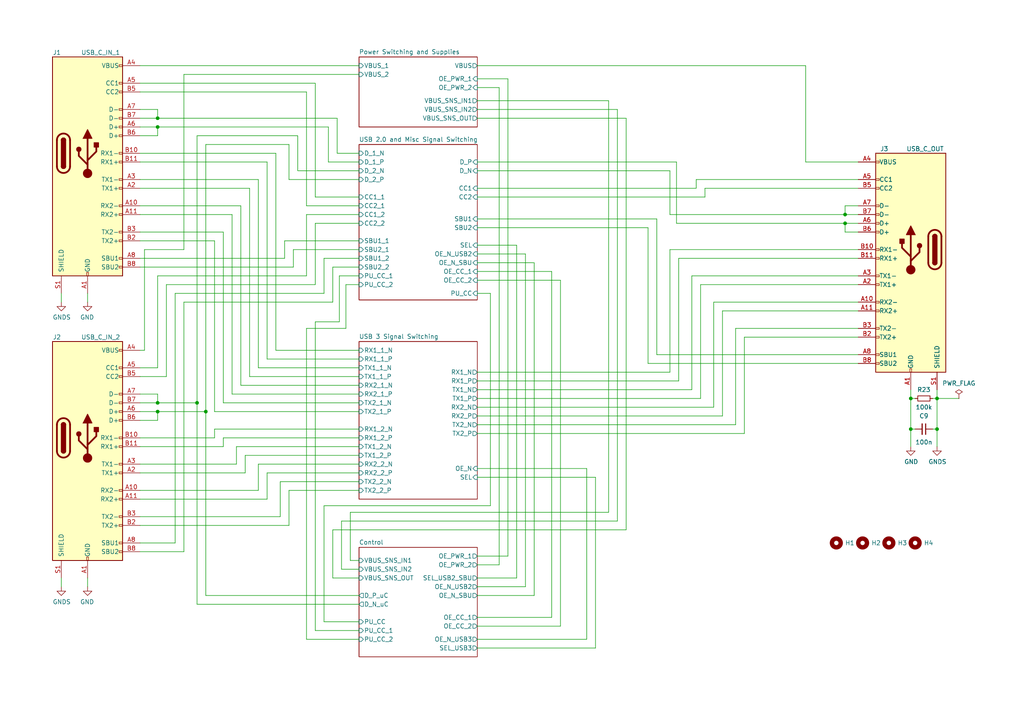
<source format=kicad_sch>
(kicad_sch (version 20211123) (generator eeschema)
  (paper "A4")
  (lib_symbols
    (symbol "Connector:USB_C_Receptacle" (pin_names (offset 1.016))
      (property "Reference" "J" (at -10.16 29.21 0))
      (property "Value" "USB_C_Receptacle" (at 10.16 29.21 0))
      (symbol "USB_C_Receptacle_0_0"
        (rectangle (start -0.254 -35.56) (end 0.254 -34.544))
        (rectangle (start 10.16 -32.766) (end 9.144 -33.274))
        (rectangle (start 10.16 -30.226) (end 9.144 -30.734))
        (rectangle (start 10.16 -25.146) (end 9.144 -25.654))
        (rectangle (start 10.16 -22.606) (end 9.144 -23.114))
        (rectangle (start 10.16 -17.526) (end 9.144 -18.034))
        (rectangle (start 10.16 -14.986) (end 9.144 -15.494))
        (rectangle (start 10.16 -9.906) (end 9.144 -10.414))
        (rectangle (start 10.16 -7.366) (end 9.144 -7.874))
        (rectangle (start 10.16 -2.286) (end 9.144 -2.794))
        (rectangle (start 10.16 0.254) (end 9.144 -0.254))
        (rectangle (start 10.16 5.334) (end 9.144 4.826))
        (rectangle (start 10.16 7.874) (end 9.144 7.366))
        (rectangle (start 10.16 10.414) (end 9.144 9.906))
        (rectangle (start 10.16 12.954) (end 9.144 12.446))
        (rectangle (start 10.16 18.034) (end 9.144 17.526))
        (rectangle (start 10.16 20.574) (end 9.144 20.066))
        (rectangle (start 10.16 25.654) (end 9.144 25.146))
      )
      (symbol "USB_C_Receptacle_0_1"
        (rectangle (start -10.16 27.94) (end 10.16 -35.56) (stroke (width 0.254)) (fill (type background)))
        (arc (start -8.89 -3.81) (mid -6.985 -5.715) (end -5.08 -3.81) (stroke (width 0.508)))
        (arc (start -7.62 -3.81) (mid -6.985 -4.445) (end -6.35 -3.81) (stroke (width 0.254)))
        (arc (start -7.62 -3.81) (mid -6.985 -4.445) (end -6.35 -3.81) (stroke (width 0.254)) (fill (type outline)))
        (rectangle (start -7.62 -3.81) (end -6.35 3.81) (stroke (width 0.254)) (fill (type outline)))
        (arc (start -6.35 3.81) (mid -6.985 4.445) (end -7.62 3.81) (stroke (width 0.254)))
        (arc (start -6.35 3.81) (mid -6.985 4.445) (end -7.62 3.81) (stroke (width 0.254)) (fill (type outline)))
        (arc (start -5.08 3.81) (mid -6.985 5.715) (end -8.89 3.81) (stroke (width 0.508)))
        (polyline (pts (xy -8.89 -3.81) (xy -8.89 3.81)) (stroke (width 0.508)))
        (polyline (pts (xy -5.08 3.81) (xy -5.08 -3.81)) (stroke (width 0.508)))
      )
      (symbol "USB_C_Receptacle_1_1"
        (circle (center -2.54 1.143) (radius 0.635) (stroke (width 0.254)) (fill (type outline)))
        (circle (center 0 -5.842) (radius 1.27) (fill (type outline)))
        (polyline (pts (xy 0 -5.842) (xy 0 4.318)) (stroke (width 0.508)))
        (polyline (pts (xy 0 -3.302) (xy -2.54 -0.762) (xy -2.54 0.508)) (stroke (width 0.508)))
        (polyline (pts (xy 0 -2.032) (xy 2.54 0.508) (xy 2.54 1.778)) (stroke (width 0.508)))
        (polyline (pts (xy -1.27 4.318) (xy 0 6.858) (xy 1.27 4.318) (xy -1.27 4.318)) (stroke (width 0.254)) (fill (type outline)))
        (rectangle (start 1.905 1.778) (end 3.175 3.048) (stroke (width 0.254)) (fill (type outline)))
        (pin passive line (at 0 -40.64 90) (length 5.08) (name "GND") (number "A1"))
        (pin bidirectional line (at 15.24 -15.24 180) (length 5.08) (name "RX2-") (number "A10"))
        (pin bidirectional line (at 15.24 -17.78 180) (length 5.08) (name "RX2+") (number "A11"))
        (pin passive line (at 0 -40.64 90) (length 5.08) hide (name "GND") (number "A12"))
        (pin bidirectional line (at 15.24 -10.16 180) (length 5.08) (name "TX1+") (number "A2"))
        (pin bidirectional line (at 15.24 -7.62 180) (length 5.08) (name "TX1-") (number "A3"))
        (pin passive line (at 15.24 25.4 180) (length 5.08) (name "VBUS") (number "A4"))
        (pin bidirectional line (at 15.24 20.32 180) (length 5.08) (name "CC1") (number "A5"))
        (pin bidirectional line (at 15.24 7.62 180) (length 5.08) (name "D+") (number "A6"))
        (pin bidirectional line (at 15.24 12.7 180) (length 5.08) (name "D-") (number "A7"))
        (pin bidirectional line (at 15.24 -30.48 180) (length 5.08) (name "SBU1") (number "A8"))
        (pin passive line (at 15.24 25.4 180) (length 5.08) hide (name "VBUS") (number "A9"))
        (pin passive line (at 0 -40.64 90) (length 5.08) hide (name "GND") (number "B1"))
        (pin bidirectional line (at 15.24 0 180) (length 5.08) (name "RX1-") (number "B10"))
        (pin bidirectional line (at 15.24 -2.54 180) (length 5.08) (name "RX1+") (number "B11"))
        (pin passive line (at 0 -40.64 90) (length 5.08) hide (name "GND") (number "B12"))
        (pin bidirectional line (at 15.24 -25.4 180) (length 5.08) (name "TX2+") (number "B2"))
        (pin bidirectional line (at 15.24 -22.86 180) (length 5.08) (name "TX2-") (number "B3"))
        (pin passive line (at 15.24 25.4 180) (length 5.08) hide (name "VBUS") (number "B4"))
        (pin bidirectional line (at 15.24 17.78 180) (length 5.08) (name "CC2") (number "B5"))
        (pin bidirectional line (at 15.24 5.08 180) (length 5.08) (name "D+") (number "B6"))
        (pin bidirectional line (at 15.24 10.16 180) (length 5.08) (name "D-") (number "B7"))
        (pin bidirectional line (at 15.24 -33.02 180) (length 5.08) (name "SBU2") (number "B8"))
        (pin passive line (at 15.24 25.4 180) (length 5.08) hide (name "VBUS") (number "B9"))
        (pin passive line (at -7.62 -40.64 90) (length 5.08) (name "SHIELD") (number "S1"))
      )
    )
    (symbol "Device:C_Small" (pin_numbers hide) (pin_names (offset 0.254) hide)
      (property "Reference" "C" (at 0.254 1.778 0))
      (property "Value" "C_Small" (at 0.254 -2.032 0))
      (symbol "C_Small_0_1"
        (polyline (pts (xy -1.524 -0.508) (xy 1.524 -0.508)) (stroke (width 0.3302)))
        (polyline (pts (xy -1.524 0.508) (xy 1.524 0.508)) (stroke (width 0.3048)))
      )
      (symbol "C_Small_1_1"
        (pin passive line (at 0 2.54 270) (length 2.032) (name "~") (number "1"))
        (pin passive line (at 0 -2.54 90) (length 2.032) (name "~") (number "2"))
      )
    )
    (symbol "Device:R_Small" (pin_numbers hide) (pin_names (offset 0.254) hide)
      (property "Reference" "R" (at 0.762 0.508 0))
      (property "Value" "R_Small" (at 0.762 -1.016 0))
      (symbol "R_Small_0_1"
        (rectangle (start -0.762 1.778) (end 0.762 -1.778) (stroke (width 0.2032)))
      )
      (symbol "R_Small_1_1"
        (pin passive line (at 0 2.54 270) (length 0.762) (name "~") (number "1"))
        (pin passive line (at 0 -2.54 90) (length 0.762) (name "~") (number "2"))
      )
    )
    (symbol "Mechanical:MountingHole" (pin_names (offset 1.016))
      (property "Reference" "H" (at 0 5.08 0))
      (property "Value" "MountingHole" (at 0 3.175 0))
      (symbol "MountingHole_0_1"
        (circle (center 0 0) (radius 1.27) (stroke (width 1.27)))
      )
    )
    (symbol "power:GND" (power) (pin_names (offset 0))
      (property "Value" "GND" (at 0 -3.81 0))
      (symbol "GND_0_1"
        (polyline (pts (xy 0 0) (xy 0 -1.27) (xy 1.27 -1.27) (xy 0 -2.54) (xy -1.27 -1.27) (xy 0 -1.27)))
      )
      (symbol "GND_1_1"
        (pin power_in line (at 0 0 270) (length 0) hide (name "GND") (number "1"))
      )
    )
    (symbol "power:GNDS" (power) (pin_names (offset 0))
      (property "Value" "GNDS" (at 0 -3.81 0))
      (symbol "GNDS_0_1"
        (polyline (pts (xy 0 0) (xy 0 -1.27) (xy 1.27 -1.27) (xy 0 -2.54) (xy -1.27 -1.27) (xy 0 -1.27)))
      )
      (symbol "GNDS_1_1"
        (pin power_in line (at 0 0 270) (length 0) hide (name "GNDS") (number "1"))
      )
    )
    (symbol "power:PWR_FLAG" (power) (pin_numbers hide) (pin_names (offset 0) hide)
      (property "Value" "PWR_FLAG" (at 0 3.81 0))
      (symbol "PWR_FLAG_0_0"
        (pin power_out line (at 0 0 90) (length 0) (name "pwr") (number "1"))
      )
      (symbol "PWR_FLAG_0_1"
        (polyline (pts (xy 0 0) (xy 0 1.27) (xy -1.016 1.905) (xy 0 2.54) (xy 1.016 1.905) (xy 0 1.27)))
      )
    )
  )
  (junction (at 57.15 116.84))
  (junction (at 245.11 62.23))
  (junction (at 271.78 124.46))
  (junction (at 264.16 124.46))
  (junction (at 245.11 64.77))
  (junction (at 45.72 36.83))
  (junction (at 59.69 119.38))
  (junction (at 45.72 34.29))
  (junction (at 264.16 115.57))
  (junction (at 271.78 115.57))
  (junction (at 45.72 119.38))
  (junction (at 45.72 116.84))
  (wire (pts (xy 85.09 77.47) (xy 40.64 77.47)))
  (wire (pts (xy 172.72 138.43) (xy 172.72 187.96)))
  (wire (pts (xy 104.14 127) (xy 64.77 127)))
  (wire (pts (xy 59.69 41.91) (xy 83.82 41.91)))
  (wire (pts (xy 154.94 76.2) (xy 154.94 172.72)))
  (wire (pts (xy 40.64 54.61) (xy 72.39 54.61)))
  (wire (pts (xy 187.96 105.41) (xy 187.96 66.04)))
  (wire (pts (xy 93.98 85.09) (xy 50.8 85.09)))
  (wire (pts (xy 40.64 109.22) (xy 48.26 109.22)))
  (wire (pts (xy 74.93 134.62) (xy 104.14 134.62)))
  (wire (pts (xy 142.24 146.685) (xy 93.98 146.685)))
  (wire (pts (xy 40.64 36.83) (xy 45.72 36.83)))
  (wire (pts (xy 160.02 179.07) (xy 160.02 78.74)))
  (wire (pts (xy 201.93 52.07) (xy 201.93 54.61)))
  (wire (pts (xy 147.32 22.86) (xy 147.32 161.29)))
  (wire (pts (xy 138.43 81.28) (xy 162.56 81.28)))
  (wire (pts (xy 83.82 152.4) (xy 83.82 142.24)))
  (wire (pts (xy 45.72 39.37) (xy 40.64 39.37)))
  (wire (pts (xy 45.72 116.84) (xy 40.64 116.84)))
  (wire (pts (xy 68.58 134.62) (xy 68.58 129.54)))
  (wire (pts (xy 138.43 179.07) (xy 160.02 179.07)))
  (wire (pts (xy 96.52 77.47) (xy 104.14 77.47)))
  (wire (pts (xy 64.77 116.84) (xy 64.77 67.31)))
  (wire (pts (xy 176.53 148.59) (xy 101.6 148.59)))
  (wire (pts (xy 200.66 80.01) (xy 200.66 113.03)))
  (wire (pts (xy 50.8 85.09) (xy 50.8 157.48)))
  (wire (pts (xy 138.43 181.61) (xy 162.56 181.61)))
  (wire (pts (xy 45.72 36.83) (xy 95.25 36.83)))
  (wire (pts (xy 104.14 119.38) (xy 62.23 119.38)))
  (wire (pts (xy 138.43 76.2) (xy 154.94 76.2)))
  (wire (pts (xy 45.72 34.29) (xy 97.79 34.29)))
  (wire (pts (xy 57.15 39.37) (xy 57.15 116.84)))
  (wire (pts (xy 264.16 113.03) (xy 264.16 115.57)))
  (wire (pts (xy 71.12 132.08) (xy 71.12 137.16)))
  (wire (pts (xy 181.61 153.67) (xy 181.61 34.29)))
  (wire (pts (xy 149.86 71.12) (xy 138.43 71.12)))
  (wire (pts (xy 72.39 54.61) (xy 72.39 109.22)))
  (wire (pts (xy 40.64 44.45) (xy 80.01 44.45)))
  (wire (pts (xy 203.2 82.55) (xy 248.92 82.55)))
  (wire (pts (xy 17.78 85.09) (xy 17.78 87.63)))
  (wire (pts (xy 85.09 72.39) (xy 85.09 77.47)))
  (wire (pts (xy 138.43 57.15) (xy 204.47 57.15)))
  (wire (pts (xy 93.98 74.93) (xy 93.98 85.09)))
  (wire (pts (xy 144.78 25.4) (xy 144.78 163.83)))
  (wire (pts (xy 57.15 175.26) (xy 104.14 175.26)))
  (wire (pts (xy 138.43 49.53) (xy 194.31 49.53)))
  (wire (pts (xy 104.14 74.93) (xy 93.98 74.93)))
  (wire (pts (xy 138.43 115.57) (xy 203.2 115.57)))
  (wire (pts (xy 104.14 49.53) (xy 86.36 49.53)))
  (wire (pts (xy 138.43 172.72) (xy 154.94 172.72)))
  (wire (pts (xy 83.82 142.24) (xy 104.14 142.24)))
  (wire (pts (xy 248.92 74.93) (xy 196.85 74.93)))
  (wire (pts (xy 100.33 95.25) (xy 88.9 95.25)))
  (wire (pts (xy 81.28 149.86) (xy 40.64 149.86)))
  (wire (pts (xy 41.91 72.39) (xy 41.91 101.6)))
  (wire (pts (xy 138.43 46.99) (xy 196.215 46.99)))
  (wire (pts (xy 147.32 22.86) (xy 138.43 22.86)))
  (wire (pts (xy 215.9 125.73) (xy 215.9 97.79)))
  (wire (pts (xy 138.43 167.64) (xy 149.86 167.64)))
  (wire (pts (xy 138.43 85.09) (xy 142.24 85.09)))
  (wire (pts (xy 99.06 151.13) (xy 99.06 165.1)))
  (wire (pts (xy 99.06 165.1) (xy 104.14 165.1)))
  (wire (pts (xy 213.36 95.25) (xy 248.92 95.25)))
  (wire (pts (xy 40.64 46.99) (xy 77.47 46.99)))
  (wire (pts (xy 45.72 121.92) (xy 40.64 121.92)))
  (wire (pts (xy 68.58 129.54) (xy 104.14 129.54)))
  (wire (pts (xy 91.44 24.13) (xy 91.44 57.15)))
  (wire (pts (xy 98.425 93.345) (xy 98.425 80.01)))
  (wire (pts (xy 40.64 19.05) (xy 104.14 19.05)))
  (wire (pts (xy 91.44 182.88) (xy 91.44 93.345)))
  (wire (pts (xy 104.14 104.14) (xy 77.47 104.14)))
  (wire (pts (xy 104.14 109.22) (xy 72.39 109.22)))
  (wire (pts (xy 138.43 125.73) (xy 215.9 125.73)))
  (wire (pts (xy 45.72 34.29) (xy 40.64 34.29)))
  (wire (pts (xy 160.02 78.74) (xy 138.43 78.74)))
  (wire (pts (xy 138.43 185.42) (xy 170.18 185.42)))
  (wire (pts (xy 77.47 137.16) (xy 77.47 144.78)))
  (wire (pts (xy 172.72 138.43) (xy 138.43 138.43)))
  (wire (pts (xy 40.64 119.38) (xy 45.72 119.38)))
  (wire (pts (xy 48.26 109.22) (xy 48.26 82.55)))
  (wire (pts (xy 271.78 113.03) (xy 271.78 115.57)))
  (wire (pts (xy 45.72 114.3) (xy 45.72 116.84)))
  (wire (pts (xy 88.9 59.69) (xy 88.9 26.67)))
  (wire (pts (xy 53.34 87.63) (xy 96.52 87.63)))
  (wire (pts (xy 40.64 101.6) (xy 41.91 101.6)))
  (wire (pts (xy 194.31 72.39) (xy 248.92 72.39)))
  (wire (pts (xy 278.13 115.57) (xy 271.78 115.57)))
  (wire (pts (xy 138.43 63.5) (xy 190.5 63.5)))
  (wire (pts (xy 104.14 59.69) (xy 88.9 59.69)))
  (wire (pts (xy 138.43 120.65) (xy 209.55 120.65)))
  (wire (pts (xy 40.64 31.75) (xy 45.72 31.75)))
  (wire (pts (xy 45.72 80.01) (xy 45.72 106.68)))
  (wire (pts (xy 45.72 116.84) (xy 57.15 116.84)))
  (wire (pts (xy 271.78 115.57) (xy 270.51 115.57)))
  (wire (pts (xy 248.92 97.79) (xy 215.9 97.79)))
  (wire (pts (xy 80.01 101.6) (xy 80.01 44.45)))
  (wire (pts (xy 74.93 106.68) (xy 104.14 106.68)))
  (wire (pts (xy 245.11 67.31) (xy 248.92 67.31)))
  (wire (pts (xy 101.6 162.56) (xy 104.14 162.56)))
  (wire (pts (xy 138.43 118.11) (xy 207.01 118.11)))
  (wire (pts (xy 170.18 135.89) (xy 138.43 135.89)))
  (wire (pts (xy 96.52 167.64) (xy 96.52 153.67)))
  (wire (pts (xy 77.47 46.99) (xy 77.47 104.14)))
  (wire (pts (xy 40.64 137.16) (xy 71.12 137.16)))
  (wire (pts (xy 53.34 21.59) (xy 53.34 72.39)))
  (wire (pts (xy 200.66 80.01) (xy 248.92 80.01)))
  (wire (pts (xy 142.24 85.09) (xy 142.24 146.685)))
  (wire (pts (xy 62.23 69.85) (xy 62.23 119.38)))
  (wire (pts (xy 196.215 64.77) (xy 245.11 64.77)))
  (wire (pts (xy 68.58 134.62) (xy 40.64 134.62)))
  (wire (pts (xy 95.25 46.99) (xy 104.14 46.99)))
  (wire (pts (xy 45.72 119.38) (xy 45.72 121.92)))
  (wire (pts (xy 69.85 59.69) (xy 40.64 59.69)))
  (wire (pts (xy 201.93 52.07) (xy 248.92 52.07)))
  (wire (pts (xy 233.68 46.99) (xy 248.92 46.99)))
  (wire (pts (xy 82.55 74.93) (xy 82.55 69.85)))
  (wire (pts (xy 96.52 167.64) (xy 104.14 167.64)))
  (wire (pts (xy 245.11 64.77) (xy 245.11 67.31)))
  (wire (pts (xy 271.78 115.57) (xy 271.78 124.46)))
  (wire (pts (xy 25.4 85.09) (xy 25.4 87.63)))
  (wire (pts (xy 194.31 49.53) (xy 194.31 62.23)))
  (wire (pts (xy 40.64 152.4) (xy 83.82 152.4)))
  (wire (pts (xy 69.85 111.76) (xy 69.85 59.69)))
  (wire (pts (xy 190.5 102.87) (xy 248.92 102.87)))
  (wire (pts (xy 104.14 114.3) (xy 67.31 114.3)))
  (wire (pts (xy 245.11 59.69) (xy 245.11 62.23)))
  (wire (pts (xy 74.93 142.24) (xy 74.93 134.62)))
  (wire (pts (xy 83.82 52.07) (xy 104.14 52.07)))
  (wire (pts (xy 98.425 80.01) (xy 104.14 80.01)))
  (wire (pts (xy 204.47 54.61) (xy 248.92 54.61)))
  (wire (pts (xy 213.36 95.25) (xy 213.36 123.19)))
  (wire (pts (xy 194.31 72.39) (xy 194.31 107.95)))
  (wire (pts (xy 88.9 95.25) (xy 88.9 185.42)))
  (wire (pts (xy 179.07 151.13) (xy 99.06 151.13)))
  (wire (pts (xy 64.77 129.54) (xy 40.64 129.54)))
  (wire (pts (xy 93.98 146.685) (xy 93.98 180.34)))
  (wire (pts (xy 59.69 172.72) (xy 104.14 172.72)))
  (wire (pts (xy 138.43 66.04) (xy 187.96 66.04)))
  (wire (pts (xy 248.92 64.77) (xy 245.11 64.77)))
  (wire (pts (xy 74.93 142.24) (xy 40.64 142.24)))
  (wire (pts (xy 97.79 34.29) (xy 97.79 44.45)))
  (wire (pts (xy 138.43 25.4) (xy 144.78 25.4)))
  (wire (pts (xy 138.43 31.75) (xy 179.07 31.75)))
  (wire (pts (xy 101.6 148.59) (xy 101.6 162.56)))
  (wire (pts (xy 53.34 160.02) (xy 53.34 87.63)))
  (wire (pts (xy 40.64 62.23) (xy 67.31 62.23)))
  (wire (pts (xy 196.85 110.49) (xy 196.85 74.93)))
  (wire (pts (xy 40.64 144.78) (xy 77.47 144.78)))
  (wire (pts (xy 17.78 167.64) (xy 17.78 170.18)))
  (wire (pts (xy 40.64 74.93) (xy 82.55 74.93)))
  (wire (pts (xy 40.64 160.02) (xy 53.34 160.02)))
  (wire (pts (xy 91.44 93.345) (xy 98.425 93.345)))
  (wire (pts (xy 190.5 63.5) (xy 190.5 102.87)))
  (wire (pts (xy 64.77 67.31) (xy 40.64 67.31)))
  (wire (pts (xy 97.79 44.45) (xy 104.14 44.45)))
  (wire (pts (xy 45.72 31.75) (xy 45.72 34.29)))
  (wire (pts (xy 88.9 185.42) (xy 104.14 185.42)))
  (wire (pts (xy 59.69 41.91) (xy 59.69 119.38)))
  (wire (pts (xy 207.01 87.63) (xy 207.01 118.11)))
  (wire (pts (xy 25.4 167.64) (xy 25.4 170.18)))
  (wire (pts (xy 179.07 31.75) (xy 179.07 151.13)))
  (wire (pts (xy 93.98 180.34) (xy 104.14 180.34)))
  (wire (pts (xy 187.96 105.41) (xy 248.92 105.41)))
  (wire (pts (xy 104.14 82.55) (xy 100.33 82.55)))
  (wire (pts (xy 138.43 161.29) (xy 147.32 161.29)))
  (wire (pts (xy 91.44 64.77) (xy 104.14 64.77)))
  (wire (pts (xy 40.64 69.85) (xy 62.23 69.85)))
  (wire (pts (xy 248.92 62.23) (xy 245.11 62.23)))
  (wire (pts (xy 45.72 36.83) (xy 45.72 39.37)))
  (wire (pts (xy 104.14 132.08) (xy 71.12 132.08)))
  (wire (pts (xy 59.69 119.38) (xy 45.72 119.38)))
  (wire (pts (xy 81.28 139.7) (xy 104.14 139.7)))
  (wire (pts (xy 265.43 115.57) (xy 264.16 115.57)))
  (wire (pts (xy 80.01 101.6) (xy 104.14 101.6)))
  (wire (pts (xy 59.69 172.72) (xy 59.69 119.38)))
  (wire (pts (xy 40.64 157.48) (xy 50.8 157.48)))
  (wire (pts (xy 271.78 124.46) (xy 271.78 129.54)))
  (wire (pts (xy 245.11 59.69) (xy 248.92 59.69)))
  (wire (pts (xy 196.215 46.99) (xy 196.215 64.77)))
  (wire (pts (xy 48.26 82.55) (xy 91.44 82.55)))
  (wire (pts (xy 40.64 26.67) (xy 88.9 26.67)))
  (wire (pts (xy 194.31 62.23) (xy 245.11 62.23)))
  (wire (pts (xy 91.44 57.15) (xy 104.14 57.15)))
  (wire (pts (xy 40.64 127) (xy 62.23 127)))
  (wire (pts (xy 57.15 39.37) (xy 86.36 39.37)))
  (wire (pts (xy 91.44 82.55) (xy 91.44 64.77)))
  (wire (pts (xy 138.43 29.21) (xy 176.53 29.21)))
  (wire (pts (xy 104.14 62.23) (xy 88.9 62.23)))
  (wire (pts (xy 96.52 87.63) (xy 96.52 77.47)))
  (wire (pts (xy 138.43 163.83) (xy 144.78 163.83)))
  (wire (pts (xy 53.34 21.59) (xy 104.14 21.59)))
  (wire (pts (xy 181.61 34.29) (xy 138.43 34.29)))
  (wire (pts (xy 64.77 127) (xy 64.77 129.54)))
  (wire (pts (xy 204.47 57.15) (xy 204.47 54.61)))
  (wire (pts (xy 40.64 114.3) (xy 45.72 114.3)))
  (wire (pts (xy 67.31 62.23) (xy 67.31 114.3)))
  (wire (pts (xy 203.2 115.57) (xy 203.2 82.55)))
  (wire (pts (xy 62.23 124.46) (xy 104.14 124.46)))
  (wire (pts (xy 40.64 24.13) (xy 91.44 24.13)))
  (wire (pts (xy 104.14 182.88) (xy 91.44 182.88)))
  (wire (pts (xy 74.93 52.07) (xy 74.93 106.68)))
  (wire (pts (xy 138.43 113.03) (xy 200.66 113.03)))
  (wire (pts (xy 96.52 153.67) (xy 181.61 153.67)))
  (wire (pts (xy 233.68 19.05) (xy 233.68 46.99)))
  (wire (pts (xy 149.86 167.64) (xy 149.86 71.12)))
  (wire (pts (xy 162.56 81.28) (xy 162.56 181.61)))
  (wire (pts (xy 88.9 80.01) (xy 45.72 80.01)))
  (wire (pts (xy 138.43 110.49) (xy 196.85 110.49)))
  (wire (pts (xy 138.43 19.05) (xy 233.68 19.05)))
  (wire (pts (xy 138.43 170.18) (xy 152.4 170.18)))
  (wire (pts (xy 264.16 124.46) (xy 265.43 124.46)))
  (wire (pts (xy 95.25 36.83) (xy 95.25 46.99)))
  (wire (pts (xy 69.85 111.76) (xy 104.14 111.76)))
  (wire (pts (xy 82.55 69.85) (xy 104.14 69.85)))
  (wire (pts (xy 138.43 107.95) (xy 194.31 107.95)))
  (wire (pts (xy 64.77 116.84) (xy 104.14 116.84)))
  (wire (pts (xy 40.64 52.07) (xy 74.93 52.07)))
  (wire (pts (xy 248.92 90.17) (xy 209.55 90.17)))
  (wire (pts (xy 57.15 116.84) (xy 57.15 175.26)))
  (wire (pts (xy 138.43 54.61) (xy 201.93 54.61)))
  (wire (pts (xy 40.64 106.68) (xy 45.72 106.68)))
  (wire (pts (xy 104.14 72.39) (xy 85.09 72.39)))
  (wire (pts (xy 209.55 120.65) (xy 209.55 90.17)))
  (wire (pts (xy 138.43 187.96) (xy 172.72 187.96)))
  (wire (pts (xy 270.51 124.46) (xy 271.78 124.46)))
  (wire (pts (xy 53.34 72.39) (xy 41.91 72.39)))
  (wire (pts (xy 264.16 124.46) (xy 264.16 129.54)))
  (wire (pts (xy 152.4 73.66) (xy 138.43 73.66)))
  (wire (pts (xy 138.43 123.19) (xy 213.36 123.19)))
  (wire (pts (xy 170.18 135.89) (xy 170.18 185.42)))
  (wire (pts (xy 104.14 137.16) (xy 77.47 137.16)))
  (wire (pts (xy 176.53 29.21) (xy 176.53 148.59)))
  (wire (pts (xy 100.33 82.55) (xy 100.33 95.25)))
  (wire (pts (xy 83.82 41.91) (xy 83.82 52.07)))
  (wire (pts (xy 152.4 170.18) (xy 152.4 73.66)))
  (wire (pts (xy 62.23 127) (xy 62.23 124.46)))
  (wire (pts (xy 86.36 39.37) (xy 86.36 49.53)))
  (wire (pts (xy 88.9 62.23) (xy 88.9 80.01)))
  (wire (pts (xy 264.16 115.57) (xy 264.16 124.46)))
  (wire (pts (xy 81.28 139.7) (xy 81.28 149.86)))
  (wire (pts (xy 207.01 87.63) (xy 248.92 87.63)))
  (symbol (lib_id "Connector:USB_C_Receptacle") (at 25.4 44.45 0) (unit 1)
    (property "Reference" "J1" (at 16.51 15.24 0))
    (property "Value" "USB_C_IN_1" (at 29.21 15.24 0))
    (property "Footprint" "custom:CUI_UJ31-CH-31-SMT-TR" (effects hide))
    (property "Datasheet" "https://www.usb.org/sites/default/files/documents/usb_type-c.zip" (effects hide))
  )
  (symbol (lib_id "Connector:USB_C_Receptacle") (at 25.4 127 0) (unit 1)
    (property "Reference" "J2" (at 16.51 97.79 0))
    (property "Value" "USB_C_IN_2" (at 29.21 97.79 0))
    (property "Footprint" "custom:CUI_UJ31-CH-31-SMT-TR" (effects hide))
    (property "Datasheet" "https://www.usb.org/sites/default/files/documents/usb_type-c.zip" (effects hide))
  )
  (symbol (lib_id "Connector:USB_C_Receptacle") (at 264.16 72.39 0) (mirror y) (unit 1)
    (property "Reference" "J3" (at 255.27 43.18 0) (effects (justify right)))
    (property "Value" "USB_C_OUT" (at 262.89 43.18 0) (effects (justify right)))
    (property "Footprint" "custom:CUI_UJ31-CH-31-SMT-TR" (effects hide))
    (property "Datasheet" "https://www.usb.org/sites/default/files/documents/usb_type-c.zip" (effects hide))
  )
  (symbol (lib_id "Mechanical:MountingHole") (at 242.57 157.48 0) (unit 1)
    (property "Reference" "H1" (at 245.11 157.48 0) (effects (justify left)))
    (property "Value" "MountingHole" (effects hide))
    (property "Footprint" "MountingHole:MountingHole_2.5mm" (effects hide))
  )
  (symbol (lib_id "Mechanical:MountingHole") (at 250.19 157.48 0) (unit 1)
    (property "Reference" "H2" (at 252.73 157.48 0) (effects (justify left)))
    (property "Value" "MountingHole" (effects hide))
    (property "Footprint" "MountingHole:MountingHole_2.5mm" (effects hide))
  )
  (symbol (lib_id "Mechanical:MountingHole") (at 257.81 157.48 0) (unit 1)
    (property "Reference" "H3" (at 260.35 157.48 0) (effects (justify left)))
    (property "Value" "MountingHole" (effects hide))
    (property "Footprint" "MountingHole:MountingHole_2.5mm" (effects hide))
  )
  (symbol (lib_id "Mechanical:MountingHole") (at 265.43 157.48 0) (unit 1)
    (property "Reference" "H4" (at 267.97 157.48 0) (effects (justify left)))
    (property "Value" "MountingHole" (effects hide))
    (property "Footprint" "MountingHole:MountingHole_2.5mm" (effects hide))
  )
  (symbol (lib_id "Device:C_Small") (at 267.97 124.46 270) (unit 1)
    (property "Reference" "C9" (at 267.97 120.65 90))
    (property "Value" "100n" (at 267.97 128.27 90))
    (property "Footprint" "Capacitor_SMD:C_0603_1608Metric" (effects hide))
  )
  (symbol (lib_id "power:GND") (at 25.4 170.18 0) (mirror y) (unit 1)
    (property "Reference" "#PWR08" (effects hide))
    (property "Value" "GND" (at 25.273 174.5742 0))
  )
  (symbol (lib_id "power:GND") (at 264.16 129.54 0) (unit 1)
    (property "Reference" "#PWR011" (effects hide))
    (property "Value" "GND" (at 264.287 133.9342 0))
  )
  (symbol (lib_id "Device:R_Small") (at 267.97 115.57 90) (mirror x) (unit 1)
    (property "Reference" "R23" (at 267.97 113.03 90))
    (property "Value" "100k" (at 267.97 118.11 90))
    (property "Footprint" "Resistor_SMD:R_0603_1608Metric" (effects hide))
  )
  (symbol (lib_id "power:GNDS") (at 271.78 129.54 0) (unit 1)
    (property "Reference" "#PWR0101" (effects hide))
    (property "Value" "GNDS" (at 271.907 133.9342 0))
  )
  (symbol (lib_id "power:GNDS") (at 17.78 170.18 0) (unit 1)
    (property "Reference" "#PWR0102" (effects hide))
    (property "Value" "GNDS" (at 17.907 174.5742 0))
  )
  (symbol (lib_id "power:GND") (at 25.4 87.63 0) (mirror y) (unit 1)
    (property "Reference" "#PWR0103" (effects hide))
    (property "Value" "GND" (at 25.273 92.0242 0))
  )
  (symbol (lib_id "power:GNDS") (at 17.78 87.63 0) (unit 1)
    (property "Reference" "#PWR0104" (effects hide))
    (property "Value" "GNDS" (at 17.907 92.0242 0))
  )
  (symbol (lib_id "power:PWR_FLAG") (at 278.13 115.57 0) (unit 1)
    (property "Reference" "#FLG0101" (effects hide))
    (property "Value" "PWR_FLAG" (at 278.13 111.1758 0))
  )
  (sheet (at 104.14 99.06) (size 34.29 45.72)
    (property "Sheet name" "USB 3 Signal Switching" (at 104.14 98.3484 0) (effects (justify left bottom)))
    (property "Sheet file" "h_usb3_switching.kicad_sch" (effects hide))
    (pin "RX1_1_N" input (at 104.14 101.6 180))
    (pin "RX1_1_P" input (at 104.14 104.14 180))
    (pin "TX1_1_N" input (at 104.14 106.68 180))
    (pin "TX1_1_P" input (at 104.14 109.22 180))
    (pin "RX2_1_N" input (at 104.14 111.76 180))
    (pin "RX2_1_P" input (at 104.14 114.3 180))
    (pin "TX2_1_N" input (at 104.14 116.84 180))
    (pin "TX2_1_P" input (at 104.14 119.38 180))
    (pin "RX1_2_N" input (at 104.14 124.46 180))
    (pin "RX1_2_P" input (at 104.14 127 180))
    (pin "TX1_2_N" input (at 104.14 129.54 180))
    (pin "TX1_2_P" input (at 104.14 132.08 180))
    (pin "RX2_2_N" input (at 104.14 134.62 180))
    (pin "RX2_2_P" input (at 104.14 137.16 180))
    (pin "TX2_2_N" input (at 104.14 139.7 180))
    (pin "TX2_2_P" input (at 104.14 142.24 180))
    (pin "RX1_N" output (at 138.43 107.95 0))
    (pin "RX1_P" output (at 138.43 110.49 0))
    (pin "TX1_N" output (at 138.43 113.03 0))
    (pin "TX1_P" output (at 138.43 115.57 0))
    (pin "RX2_N" output (at 138.43 118.11 0))
    (pin "RX2_P" output (at 138.43 120.65 0))
    (pin "TX2_N" output (at 138.43 123.19 0))
    (pin "TX2_P" output (at 138.43 125.73 0))
    (pin "OE_N" input (at 138.43 135.89 0))
    (pin "SEL" input (at 138.43 138.43 0))
  )
  (sheet (at 104.14 41.91) (size 34.29 45.085)
    (property "Sheet name" "USB 2.0 and Misc Signal Switching" (at 104.14 41.1984 0) (effects (justify left bottom)))
    (property "Sheet file" "h_usb2_misc.kicad_sch" (effects hide))
    (pin "D_1_P" input (at 104.14 46.99 180))
    (pin "D_1_N" input (at 104.14 44.45 180))
    (pin "D_2_P" input (at 104.14 52.07 180))
    (pin "D_2_N" input (at 104.14 49.53 180))
    (pin "D_P" input (at 138.43 46.99 0))
    (pin "D_N" input (at 138.43 49.53 0))
    (pin "CC1_1" input (at 104.14 57.15 180))
    (pin "CC2_1" input (at 104.14 59.69 180))
    (pin "CC1_2" input (at 104.14 62.23 180))
    (pin "CC2_2" input (at 104.14 64.77 180))
    (pin "CC1" input (at 138.43 54.61 0))
    (pin "CC2" input (at 138.43 57.15 0))
    (pin "SBU1_1" input (at 104.14 69.85 180))
    (pin "SBU2_1" input (at 104.14 72.39 180))
    (pin "SBU1_2" input (at 104.14 74.93 180))
    (pin "SBU2_2" input (at 104.14 77.47 180))
    (pin "SBU1" input (at 138.43 63.5 0))
    (pin "SBU2" input (at 138.43 66.04 0))
    (pin "SEL" input (at 138.43 71.12 0))
    (pin "OE_N_USB2" input (at 138.43 73.66 0))
    (pin "OE_CC_1" input (at 138.43 78.74 0))
    (pin "OE_CC_2" input (at 138.43 81.28 0))
    (pin "OE_N_SBU" input (at 138.43 76.2 0))
    (pin "PU_CC" input (at 138.43 85.09 0))
    (pin "PU_CC_2" input (at 104.14 82.55 180))
    (pin "PU_CC_1" input (at 104.14 80.01 180))
  )
  (sheet (at 104.14 16.51) (size 34.29 20.32)
    (property "Sheet name" "Power Switching and Supplies" (at 104.14 15.7984 0) (effects (justify left bottom)))
    (property "Sheet file" "h_power.kicad_sch" (effects hide))
    (pin "VBUS_1" input (at 104.14 19.05 180))
    (pin "VBUS_2" input (at 104.14 21.59 180))
    (pin "VBUS" output (at 138.43 19.05 0))
    (pin "OE_PWR_1" input (at 138.43 22.86 0))
    (pin "OE_PWR_2" input (at 138.43 25.4 0))
    (pin "VBUS_SNS_IN1" output (at 138.43 29.21 0))
    (pin "VBUS_SNS_IN2" output (at 138.43 31.75 0))
    (pin "VBUS_SNS_OUT" output (at 138.43 34.29 0))
  )
  (sheet (at 104.14 158.75) (size 34.29 31.75)
    (property "Sheet name" "Control" (at 104.14 158.0384 0) (effects (justify left bottom)))
    (property "Sheet file" "h_control.kicad_sch" (effects hide))
    (pin "OE_PWR_1" output (at 138.43 161.29 0))
    (pin "OE_PWR_2" output (at 138.43 163.83 0))
    (pin "OE_CC_2" output (at 138.43 181.61 0))
    (pin "OE_CC_1" output (at 138.43 179.07 0))
    (pin "OE_N_SBU" output (at 138.43 172.72 0))
    (pin "SEL_USB2_SBU" output (at 138.43 167.64 0))
    (pin "OE_N_USB2" output (at 138.43 170.18 0))
    (pin "OE_N_USB3" output (at 138.43 185.42 0))
    (pin "SEL_USB3" output (at 138.43 187.96 0))
    (pin "D_P_uC" output (at 104.14 172.72 180))
    (pin "D_N_uC" output (at 104.14 175.26 180))
    (pin "VBUS_SNS_IN1" input (at 104.14 162.56 180))
    (pin "VBUS_SNS_IN2" input (at 104.14 165.1 180))
    (pin "VBUS_SNS_OUT" input (at 104.14 167.64 180))
    (pin "PU_CC" input (at 104.14 180.34 180))
    (pin "PU_CC_2" input (at 104.14 185.42 180))
    (pin "PU_CC_1" input (at 104.14 182.88 180))
  )
)
</source>
